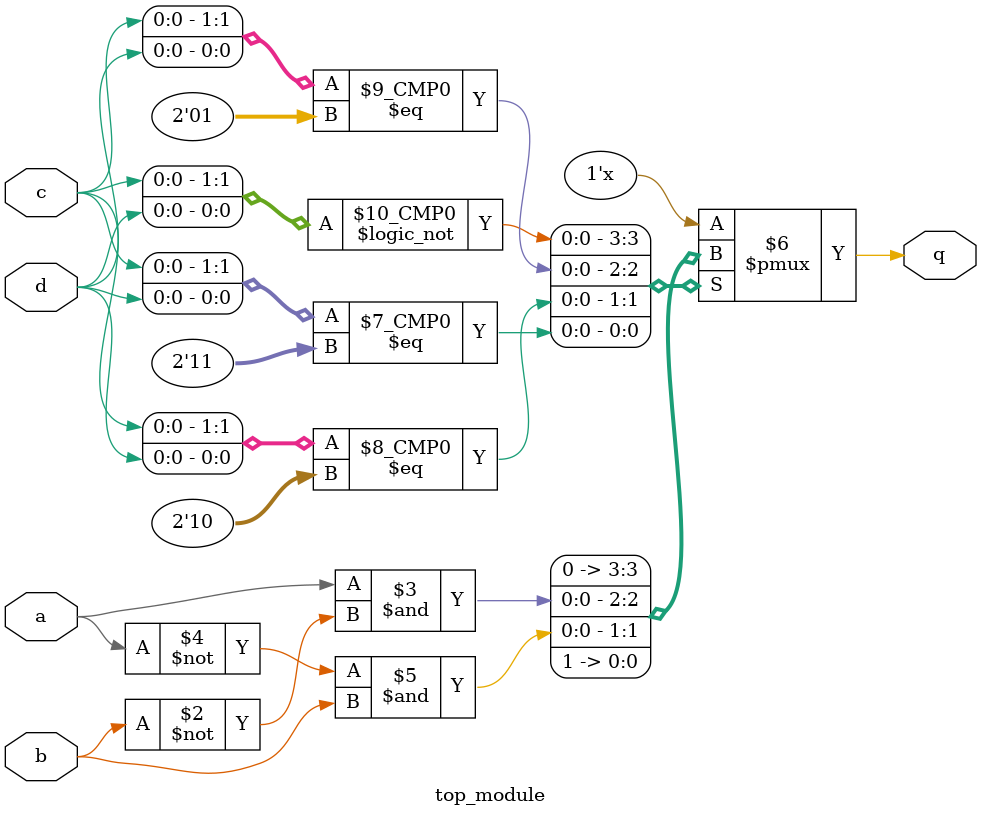
<source format=sv>
module top_module (
    input wire a,
    input wire b,
    input wire c,
    input wire d,
    output reg q
);

    always @(*)
    begin
        case ({c, d})
            2'b00: q = 1'b0;
            2'b01: q = a & ~b;
            2'b10: q = ~a & b;
            2'b11: q = 1'b1;
        endcase
    end

endmodule

</source>
